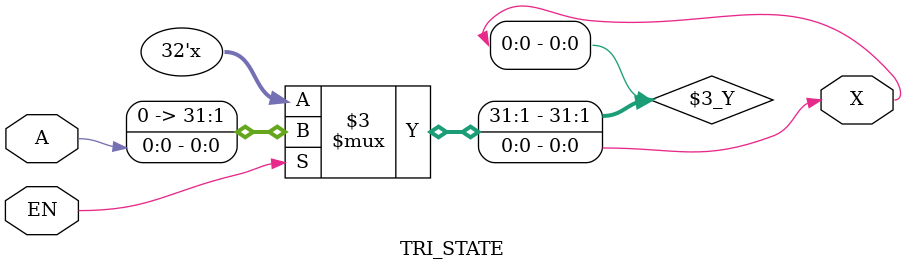
<source format=sv>
/***************************************************************************
 *** Filename: TRI_STATE.sv 		 Created by: Louis Tacata 11-16-2017 ***
 ***************************************************************************
 *** This module is a design of a scalable tri-state buffer.			 ***
 ***************************************************************************/
`timescale 1 ns / 1 ns
module TRI_STATE(A, EN, X);
	// parameter definition
	parameter WIDTH = 1;
	
	// port declarations
	input [WIDTH-1:0] A;
	input EN;
	output reg [WIDTH-1:0] X;

	always_comb	X = EN ? A : 'bz;
endmodule
</source>
